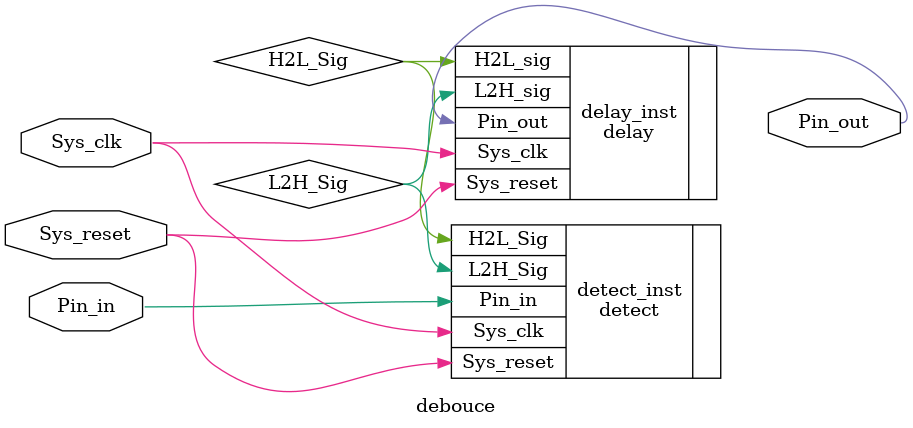
<source format=v>
module debouce(	
						input Sys_clk,
						input Sys_reset,
						input Pin_in,
						output Pin_out
					);
wire H2L_Sig;
wire L2H_Sig;

detect	detect_inst(
							.Sys_clk(Sys_clk),	//12MHz
							.Sys_reset(Sys_reset),
							.Pin_in(Pin_in),
							.H2L_Sig(H2L_Sig),
							.L2H_Sig(L2H_Sig)
						);
						
delay		delay_inst(
						.Sys_clk(Sys_clk),//12Mhz
						.H2L_sig(H2L_Sig),
						.L2H_sig(L2H_Sig),
						.Sys_reset(Sys_reset),
						.Pin_out(Pin_out)
					);
					
endmodule

</source>
